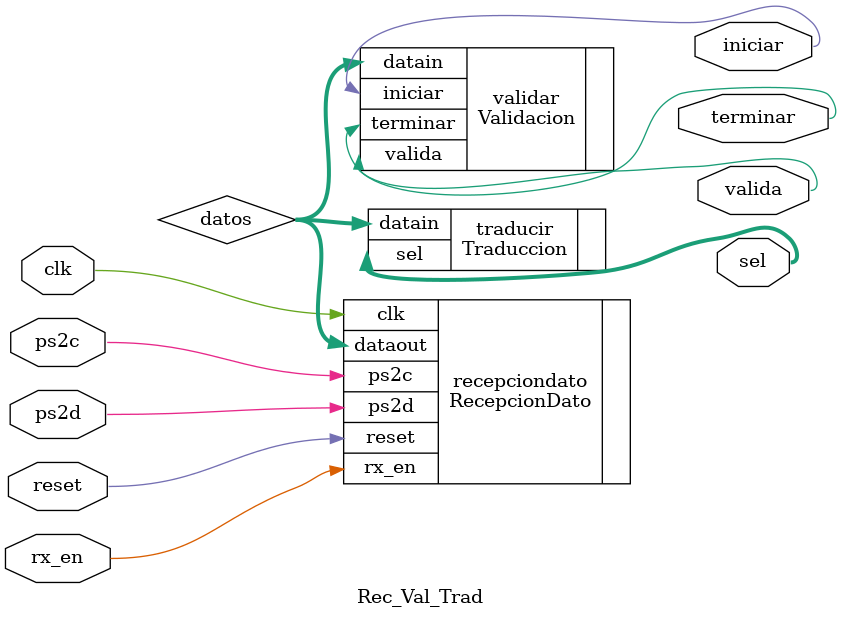
<source format=v>
`timescale 1ns / 1ps
module Rec_Val_Trad(input wire clk, reset,
input wire ps2d, ps2c, rx_en,
output wire valida, iniciar,terminar,
output wire [1:0] sel
 
    );
	 
	 
wire [7:0] datos;
wire s;
RecepcionDato recepciondato(.clk(clk), .reset(reset),.ps2d(ps2d), .ps2c(ps2c), .rx_en(rx_en),.dataout(datos)); 
Validacion validar (.datain(datos),.valida(valida),.iniciar(iniciar),.terminar(terminar));
Traduccion traducir( .datain(datos), .sel(sel));
	 

 

endmodule

</source>
